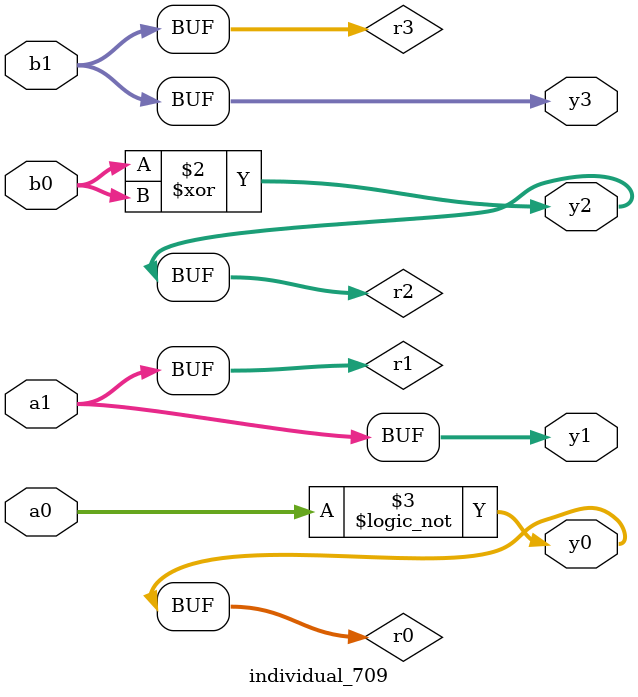
<source format=sv>
module individual_709(input logic [15:0] a1, input logic [15:0] a0, input logic [15:0] b1, input logic [15:0] b0, output logic [15:0] y3, output logic [15:0] y2, output logic [15:0] y1, output logic [15:0] y0);
logic [15:0] r0, r1, r2, r3; 
 always@(*) begin 
	 r0 = a0; r1 = a1; r2 = b0; r3 = b1; 
 	 r2  ^=  b0 ;
 	 r0 = ! a0 ;
 	 y3 = r3; y2 = r2; y1 = r1; y0 = r0; 
end
endmodule
</source>
